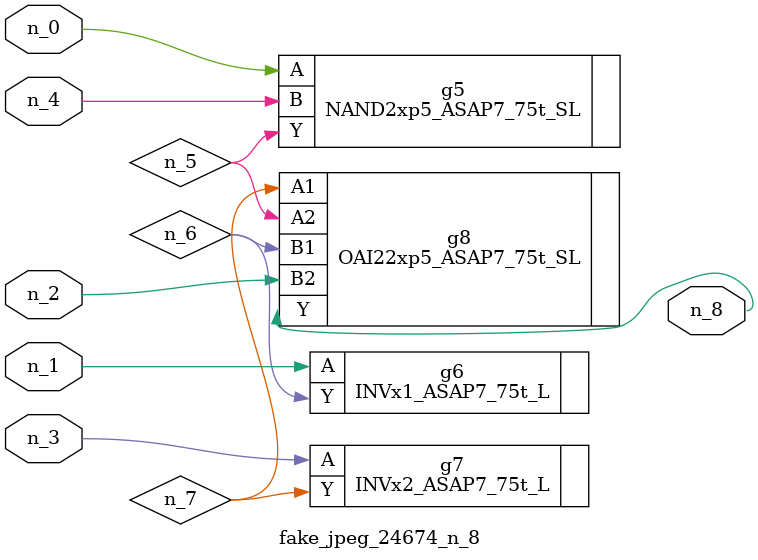
<source format=v>
module fake_jpeg_24674_n_8 (n_3, n_2, n_1, n_0, n_4, n_8);

input n_3;
input n_2;
input n_1;
input n_0;
input n_4;

output n_8;

wire n_6;
wire n_5;
wire n_7;

NAND2xp5_ASAP7_75t_SL g5 ( 
.A(n_0),
.B(n_4),
.Y(n_5)
);

INVx1_ASAP7_75t_L g6 ( 
.A(n_1),
.Y(n_6)
);

INVx2_ASAP7_75t_L g7 ( 
.A(n_3),
.Y(n_7)
);

OAI22xp5_ASAP7_75t_SL g8 ( 
.A1(n_7),
.A2(n_5),
.B1(n_6),
.B2(n_2),
.Y(n_8)
);


endmodule
</source>
